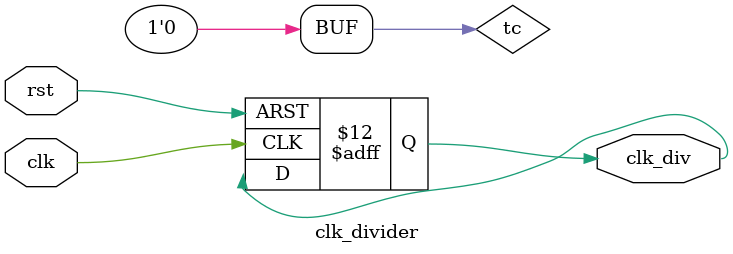
<source format=v>
`timescale 1ns / 1ps


module clk_divider(
   input clk, rst,
    output reg clk_div
    );
	
localparam terminalcount = (100000 - 1);
reg [15:0] count;
wire tc;

assign tc = (count == terminalcount);	// Place a comparator on the counter output

always @ (posedge(clk), posedge(rst))
begin
    if (rst) count <= 0;
    else if (tc) count <= 0;		// Reset counter when terminal count reached
    else count <= count + 1;
end

always @ (posedge(clk), posedge(rst))
begin
    if (rst) clk_div <= 0;
    else if (tc) clk_div = !clk_div;	// T-FF with tc as input signal
end
endmodule

</source>
